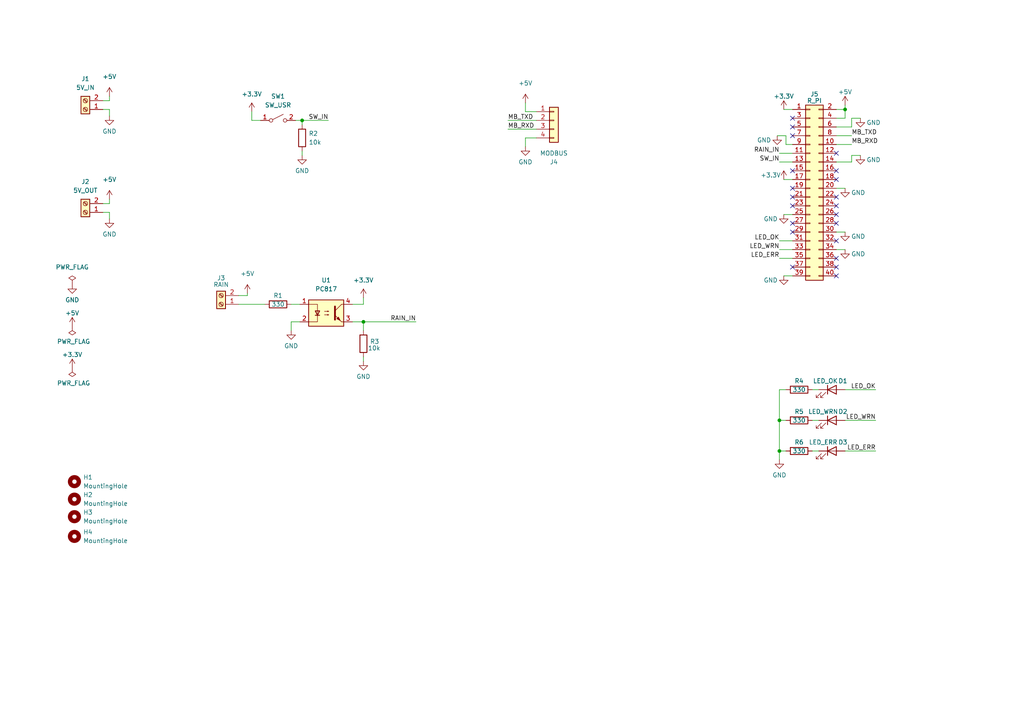
<source format=kicad_sch>
(kicad_sch (version 20211123) (generator eeschema)
  (paper "A4")
  (lib_symbols
    (symbol "Connector:Screw_Terminal_01x02" (pin_names (offset 1.016) hide)
      (property "Reference" "J" (at 0 2.54 0))
      (property "Value" "Screw_Terminal_01x02" (at 0 -5.08 0))
      (symbol "Screw_Terminal_01x02_1_1"
        (rectangle (start -1.27 1.27) (end 1.27 -3.81) (stroke (width 0.254)) (fill (type background)))
        (circle (center 0 -2.54) (radius 0.635) (stroke (width 0.1524)))
        (polyline (pts (xy -0.5334 -2.2098) (xy 0.3302 -3.048)) (stroke (width 0.1524)))
        (polyline (pts (xy -0.5334 0.3302) (xy 0.3302 -0.508)) (stroke (width 0.1524)))
        (polyline (pts (xy -0.3556 -2.032) (xy 0.508 -2.8702)) (stroke (width 0.1524)))
        (polyline (pts (xy -0.3556 0.508) (xy 0.508 -0.3302)) (stroke (width 0.1524)))
        (circle (center 0 0) (radius 0.635) (stroke (width 0.1524)))
        (pin passive line (at -5.08 0 0) (length 3.81) (name "Pin_1") (number "1"))
        (pin passive line (at -5.08 -2.54 0) (length 3.81) (name "Pin_2") (number "2"))
      )
    )
    (symbol "Connector_Generic:Conn_01x04" (pin_names (offset 1.016) hide)
      (property "Reference" "J" (at 0 5.08 0))
      (property "Value" "Conn_01x04" (at 0 -7.62 0))
      (symbol "Conn_01x04_1_1"
        (rectangle (start -1.27 -4.953) (end 0 -5.207) (stroke (width 0.1524)))
        (rectangle (start -1.27 -2.413) (end 0 -2.667) (stroke (width 0.1524)))
        (rectangle (start -1.27 0.127) (end 0 -0.127) (stroke (width 0.1524)))
        (rectangle (start -1.27 2.667) (end 0 2.413) (stroke (width 0.1524)))
        (rectangle (start -1.27 3.81) (end 1.27 -6.35) (stroke (width 0.254)) (fill (type background)))
        (pin passive line (at -5.08 2.54 0) (length 3.81) (name "Pin_1") (number "1"))
        (pin passive line (at -5.08 0 0) (length 3.81) (name "Pin_2") (number "2"))
        (pin passive line (at -5.08 -2.54 0) (length 3.81) (name "Pin_3") (number "3"))
        (pin passive line (at -5.08 -5.08 0) (length 3.81) (name "Pin_4") (number "4"))
      )
    )
    (symbol "Connector_Generic:Conn_02x20_Odd_Even" (pin_names (offset 1.016) hide)
      (property "Reference" "J" (at 1.27 25.4 0))
      (property "Value" "Conn_02x20_Odd_Even" (at 1.27 -27.94 0))
      (symbol "Conn_02x20_Odd_Even_1_1"
        (rectangle (start -1.27 -25.273) (end 0 -25.527) (stroke (width 0.1524)))
        (rectangle (start -1.27 -22.733) (end 0 -22.987) (stroke (width 0.1524)))
        (rectangle (start -1.27 -20.193) (end 0 -20.447) (stroke (width 0.1524)))
        (rectangle (start -1.27 -17.653) (end 0 -17.907) (stroke (width 0.1524)))
        (rectangle (start -1.27 -15.113) (end 0 -15.367) (stroke (width 0.1524)))
        (rectangle (start -1.27 -12.573) (end 0 -12.827) (stroke (width 0.1524)))
        (rectangle (start -1.27 -10.033) (end 0 -10.287) (stroke (width 0.1524)))
        (rectangle (start -1.27 -7.493) (end 0 -7.747) (stroke (width 0.1524)))
        (rectangle (start -1.27 -4.953) (end 0 -5.207) (stroke (width 0.1524)))
        (rectangle (start -1.27 -2.413) (end 0 -2.667) (stroke (width 0.1524)))
        (rectangle (start -1.27 0.127) (end 0 -0.127) (stroke (width 0.1524)))
        (rectangle (start -1.27 2.667) (end 0 2.413) (stroke (width 0.1524)))
        (rectangle (start -1.27 5.207) (end 0 4.953) (stroke (width 0.1524)))
        (rectangle (start -1.27 7.747) (end 0 7.493) (stroke (width 0.1524)))
        (rectangle (start -1.27 10.287) (end 0 10.033) (stroke (width 0.1524)))
        (rectangle (start -1.27 12.827) (end 0 12.573) (stroke (width 0.1524)))
        (rectangle (start -1.27 15.367) (end 0 15.113) (stroke (width 0.1524)))
        (rectangle (start -1.27 17.907) (end 0 17.653) (stroke (width 0.1524)))
        (rectangle (start -1.27 20.447) (end 0 20.193) (stroke (width 0.1524)))
        (rectangle (start -1.27 22.987) (end 0 22.733) (stroke (width 0.1524)))
        (rectangle (start -1.27 24.13) (end 3.81 -26.67) (stroke (width 0.254)) (fill (type background)))
        (rectangle (start 3.81 -25.273) (end 2.54 -25.527) (stroke (width 0.1524)))
        (rectangle (start 3.81 -22.733) (end 2.54 -22.987) (stroke (width 0.1524)))
        (rectangle (start 3.81 -20.193) (end 2.54 -20.447) (stroke (width 0.1524)))
        (rectangle (start 3.81 -17.653) (end 2.54 -17.907) (stroke (width 0.1524)))
        (rectangle (start 3.81 -15.113) (end 2.54 -15.367) (stroke (width 0.1524)))
        (rectangle (start 3.81 -12.573) (end 2.54 -12.827) (stroke (width 0.1524)))
        (rectangle (start 3.81 -10.033) (end 2.54 -10.287) (stroke (width 0.1524)))
        (rectangle (start 3.81 -7.493) (end 2.54 -7.747) (stroke (width 0.1524)))
        (rectangle (start 3.81 -4.953) (end 2.54 -5.207) (stroke (width 0.1524)))
        (rectangle (start 3.81 -2.413) (end 2.54 -2.667) (stroke (width 0.1524)))
        (rectangle (start 3.81 0.127) (end 2.54 -0.127) (stroke (width 0.1524)))
        (rectangle (start 3.81 2.667) (end 2.54 2.413) (stroke (width 0.1524)))
        (rectangle (start 3.81 5.207) (end 2.54 4.953) (stroke (width 0.1524)))
        (rectangle (start 3.81 7.747) (end 2.54 7.493) (stroke (width 0.1524)))
        (rectangle (start 3.81 10.287) (end 2.54 10.033) (stroke (width 0.1524)))
        (rectangle (start 3.81 12.827) (end 2.54 12.573) (stroke (width 0.1524)))
        (rectangle (start 3.81 15.367) (end 2.54 15.113) (stroke (width 0.1524)))
        (rectangle (start 3.81 17.907) (end 2.54 17.653) (stroke (width 0.1524)))
        (rectangle (start 3.81 20.447) (end 2.54 20.193) (stroke (width 0.1524)))
        (rectangle (start 3.81 22.987) (end 2.54 22.733) (stroke (width 0.1524)))
        (pin passive line (at -5.08 22.86 0) (length 3.81) (name "Pin_1") (number "1"))
        (pin passive line (at 7.62 12.7 180) (length 3.81) (name "Pin_10") (number "10"))
        (pin passive line (at -5.08 10.16 0) (length 3.81) (name "Pin_11") (number "11"))
        (pin passive line (at 7.62 10.16 180) (length 3.81) (name "Pin_12") (number "12"))
        (pin passive line (at -5.08 7.62 0) (length 3.81) (name "Pin_13") (number "13"))
        (pin passive line (at 7.62 7.62 180) (length 3.81) (name "Pin_14") (number "14"))
        (pin passive line (at -5.08 5.08 0) (length 3.81) (name "Pin_15") (number "15"))
        (pin passive line (at 7.62 5.08 180) (length 3.81) (name "Pin_16") (number "16"))
        (pin passive line (at -5.08 2.54 0) (length 3.81) (name "Pin_17") (number "17"))
        (pin passive line (at 7.62 2.54 180) (length 3.81) (name "Pin_18") (number "18"))
        (pin passive line (at -5.08 0 0) (length 3.81) (name "Pin_19") (number "19"))
        (pin passive line (at 7.62 22.86 180) (length 3.81) (name "Pin_2") (number "2"))
        (pin passive line (at 7.62 0 180) (length 3.81) (name "Pin_20") (number "20"))
        (pin passive line (at -5.08 -2.54 0) (length 3.81) (name "Pin_21") (number "21"))
        (pin passive line (at 7.62 -2.54 180) (length 3.81) (name "Pin_22") (number "22"))
        (pin passive line (at -5.08 -5.08 0) (length 3.81) (name "Pin_23") (number "23"))
        (pin passive line (at 7.62 -5.08 180) (length 3.81) (name "Pin_24") (number "24"))
        (pin passive line (at -5.08 -7.62 0) (length 3.81) (name "Pin_25") (number "25"))
        (pin passive line (at 7.62 -7.62 180) (length 3.81) (name "Pin_26") (number "26"))
        (pin passive line (at -5.08 -10.16 0) (length 3.81) (name "Pin_27") (number "27"))
        (pin passive line (at 7.62 -10.16 180) (length 3.81) (name "Pin_28") (number "28"))
        (pin passive line (at -5.08 -12.7 0) (length 3.81) (name "Pin_29") (number "29"))
        (pin passive line (at -5.08 20.32 0) (length 3.81) (name "Pin_3") (number "3"))
        (pin passive line (at 7.62 -12.7 180) (length 3.81) (name "Pin_30") (number "30"))
        (pin passive line (at -5.08 -15.24 0) (length 3.81) (name "Pin_31") (number "31"))
        (pin passive line (at 7.62 -15.24 180) (length 3.81) (name "Pin_32") (number "32"))
        (pin passive line (at -5.08 -17.78 0) (length 3.81) (name "Pin_33") (number "33"))
        (pin passive line (at 7.62 -17.78 180) (length 3.81) (name "Pin_34") (number "34"))
        (pin passive line (at -5.08 -20.32 0) (length 3.81) (name "Pin_35") (number "35"))
        (pin passive line (at 7.62 -20.32 180) (length 3.81) (name "Pin_36") (number "36"))
        (pin passive line (at -5.08 -22.86 0) (length 3.81) (name "Pin_37") (number "37"))
        (pin passive line (at 7.62 -22.86 180) (length 3.81) (name "Pin_38") (number "38"))
        (pin passive line (at -5.08 -25.4 0) (length 3.81) (name "Pin_39") (number "39"))
        (pin passive line (at 7.62 20.32 180) (length 3.81) (name "Pin_4") (number "4"))
        (pin passive line (at 7.62 -25.4 180) (length 3.81) (name "Pin_40") (number "40"))
        (pin passive line (at -5.08 17.78 0) (length 3.81) (name "Pin_5") (number "5"))
        (pin passive line (at 7.62 17.78 180) (length 3.81) (name "Pin_6") (number "6"))
        (pin passive line (at -5.08 15.24 0) (length 3.81) (name "Pin_7") (number "7"))
        (pin passive line (at 7.62 15.24 180) (length 3.81) (name "Pin_8") (number "8"))
        (pin passive line (at -5.08 12.7 0) (length 3.81) (name "Pin_9") (number "9"))
      )
    )
    (symbol "Device:LED" (pin_numbers hide) (pin_names (offset 1.016) hide)
      (property "Reference" "D" (at 0 2.54 0))
      (property "Value" "LED" (at 0 -2.54 0))
      (symbol "LED_0_1"
        (polyline (pts (xy -1.27 -1.27) (xy -1.27 1.27)) (stroke (width 0.254)))
        (polyline (pts (xy -1.27 0) (xy 1.27 0)))
        (polyline (pts (xy 1.27 -1.27) (xy 1.27 1.27) (xy -1.27 0) (xy 1.27 -1.27)) (stroke (width 0.254)))
        (polyline (pts (xy -3.048 -0.762) (xy -4.572 -2.286) (xy -3.81 -2.286) (xy -4.572 -2.286) (xy -4.572 -1.524)))
        (polyline (pts (xy -1.778 -0.762) (xy -3.302 -2.286) (xy -2.54 -2.286) (xy -3.302 -2.286) (xy -3.302 -1.524)))
      )
      (symbol "LED_1_1"
        (pin passive line (at -3.81 0 0) (length 2.54) (name "K") (number "1"))
        (pin passive line (at 3.81 0 180) (length 2.54) (name "A") (number "2"))
      )
    )
    (symbol "Device:R" (pin_numbers hide) (pin_names (offset 0))
      (property "Reference" "R" (at 2.032 0 90))
      (property "Value" "R" (at 0 0 90))
      (symbol "R_0_1"
        (rectangle (start -1.016 -2.54) (end 1.016 2.54) (stroke (width 0.254)))
      )
      (symbol "R_1_1"
        (pin passive line (at 0 3.81 270) (length 1.27) (name "~") (number "1"))
        (pin passive line (at 0 -3.81 90) (length 1.27) (name "~") (number "2"))
      )
    )
    (symbol "Isolator:PC817" (pin_names (offset 1.016))
      (property "Reference" "U" (at -5.08 5.08 0))
      (property "Value" "PC817" (at 0 5.08 0))
      (symbol "PC817_0_1"
        (rectangle (start -5.08 3.81) (end 5.08 -3.81) (stroke (width 0.254)) (fill (type background)))
        (polyline (pts (xy -3.175 -0.635) (xy -1.905 -0.635)) (stroke (width 0.254)))
        (polyline (pts (xy 2.54 0.635) (xy 4.445 2.54)))
        (polyline (pts (xy 4.445 -2.54) (xy 2.54 -0.635)) (fill (type outline)))
        (polyline (pts (xy 4.445 -2.54) (xy 5.08 -2.54)))
        (polyline (pts (xy 4.445 2.54) (xy 5.08 2.54)))
        (polyline (pts (xy -5.08 2.54) (xy -2.54 2.54) (xy -2.54 -0.635)))
        (polyline (pts (xy -2.54 -0.635) (xy -2.54 -2.54) (xy -5.08 -2.54)))
        (polyline (pts (xy 2.54 1.905) (xy 2.54 -1.905) (xy 2.54 -1.905)) (stroke (width 0.508)))
        (polyline (pts (xy -2.54 -0.635) (xy -3.175 0.635) (xy -1.905 0.635) (xy -2.54 -0.635)) (stroke (width 0.254)))
        (polyline (pts (xy -0.508 -0.508) (xy 0.762 -0.508) (xy 0.381 -0.635) (xy 0.381 -0.381) (xy 0.762 -0.508)))
        (polyline (pts (xy -0.508 0.508) (xy 0.762 0.508) (xy 0.381 0.381) (xy 0.381 0.635) (xy 0.762 0.508)))
        (polyline (pts (xy 3.048 -1.651) (xy 3.556 -1.143) (xy 4.064 -2.159) (xy 3.048 -1.651) (xy 3.048 -1.651)) (fill (type outline)))
      )
      (symbol "PC817_1_1"
        (pin passive line (at -7.62 2.54 0) (length 2.54) (name "~") (number "1"))
        (pin passive line (at -7.62 -2.54 0) (length 2.54) (name "~") (number "2"))
        (pin passive line (at 7.62 -2.54 180) (length 2.54) (name "~") (number "3"))
        (pin passive line (at 7.62 2.54 180) (length 2.54) (name "~") (number "4"))
      )
    )
    (symbol "Mechanical:MountingHole" (pin_names (offset 1.016))
      (property "Reference" "H" (at 0 5.08 0))
      (property "Value" "MountingHole" (at 0 3.175 0))
      (symbol "MountingHole_0_1"
        (circle (center 0 0) (radius 1.27) (stroke (width 1.27)))
      )
    )
    (symbol "Switch:SW_SPST" (pin_names (offset 0) hide)
      (property "Reference" "SW" (at 0 3.175 0))
      (property "Value" "SW_SPST" (at 0 -2.54 0))
      (symbol "SW_SPST_0_0"
        (circle (center -2.032 0) (radius 0.508))
        (polyline (pts (xy -1.524 0.254) (xy 1.524 1.778)))
        (circle (center 2.032 0) (radius 0.508))
      )
      (symbol "SW_SPST_1_1"
        (pin passive line (at -5.08 0 0) (length 2.54) (name "A") (number "1"))
        (pin passive line (at 5.08 0 180) (length 2.54) (name "B") (number "2"))
      )
    )
    (symbol "power:+3.3V" (power) (pin_names (offset 0))
      (property "Value" "+3.3V" (at 0 3.556 0))
      (symbol "+3.3V_0_1"
        (polyline (pts (xy -0.762 1.27) (xy 0 2.54)))
        (polyline (pts (xy 0 0) (xy 0 2.54)))
        (polyline (pts (xy 0 2.54) (xy 0.762 1.27)))
      )
      (symbol "+3.3V_1_1"
        (pin power_in line (at 0 0 90) (length 0) hide (name "+3.3V") (number "1"))
      )
    )
    (symbol "power:+5V" (power) (pin_names (offset 0))
      (property "Value" "+5V" (at 0 3.556 0))
      (symbol "+5V_0_1"
        (polyline (pts (xy -0.762 1.27) (xy 0 2.54)))
        (polyline (pts (xy 0 0) (xy 0 2.54)))
        (polyline (pts (xy 0 2.54) (xy 0.762 1.27)))
      )
      (symbol "+5V_1_1"
        (pin power_in line (at 0 0 90) (length 0) hide (name "+5V") (number "1"))
      )
    )
    (symbol "power:GND" (power) (pin_names (offset 0))
      (property "Value" "GND" (at 0 -3.81 0))
      (symbol "GND_0_1"
        (polyline (pts (xy 0 0) (xy 0 -1.27) (xy 1.27 -1.27) (xy 0 -2.54) (xy -1.27 -1.27) (xy 0 -1.27)))
      )
      (symbol "GND_1_1"
        (pin power_in line (at 0 0 270) (length 0) hide (name "GND") (number "1"))
      )
    )
    (symbol "power:PWR_FLAG" (power) (pin_numbers hide) (pin_names (offset 0) hide)
      (property "Value" "PWR_FLAG" (at 0 3.81 0))
      (symbol "PWR_FLAG_0_0"
        (pin power_out line (at 0 0 90) (length 0) (name "pwr") (number "1"))
      )
      (symbol "PWR_FLAG_0_1"
        (polyline (pts (xy 0 0) (xy 0 1.27) (xy -1.016 1.905) (xy 0 2.54) (xy 1.016 1.905) (xy 0 1.27)))
      )
    )
  )
  (junction (at 245.11 31.75))
  (junction (at 87.63 34.925))
  (junction (at 226.06 130.81))
  (junction (at 105.41 93.345))
  (junction (at 226.06 121.92))
  (no_connect (at 242.57 52.07))
  (no_connect (at 242.57 49.53))
  (no_connect (at 242.57 44.45))
  (no_connect (at 229.87 49.53))
  (no_connect (at 229.87 39.37))
  (no_connect (at 229.87 36.83))
  (no_connect (at 229.87 34.29))
  (no_connect (at 242.57 62.23))
  (no_connect (at 242.57 59.69))
  (no_connect (at 242.57 57.15))
  (no_connect (at 229.87 77.47))
  (no_connect (at 229.87 59.69))
  (no_connect (at 229.87 57.15))
  (no_connect (at 229.87 54.61))
  (no_connect (at 229.87 64.77))
  (no_connect (at 229.87 67.31))
  (no_connect (at 242.57 69.85))
  (no_connect (at 242.57 64.77))
  (no_connect (at 242.57 80.01))
  (no_connect (at 242.57 77.47))
  (no_connect (at 242.57 74.93))
  (wire (pts (xy 226.06 130.81) (xy 227.965 130.81)))
  (wire (pts (xy 73.025 34.925) (xy 73.025 32.385)))
  (wire (pts (xy 105.41 93.345) (xy 105.41 95.885)))
  (wire (pts (xy 227.33 31.75) (xy 229.87 31.75)))
  (wire (pts (xy 245.11 113.03) (xy 254 113.03)))
  (wire (pts (xy 71.755 85.725) (xy 71.755 85.09)))
  (wire (pts (xy 249.555 34.29) (xy 247.015 34.29)))
  (wire (pts (xy 152.4 40.005) (xy 152.4 42.545)))
  (wire (pts (xy 105.41 88.265) (xy 105.41 86.36)))
  (wire (pts (xy 69.215 85.725) (xy 71.755 85.725)))
  (wire (pts (xy 242.57 36.83) (xy 247.015 36.83)))
  (wire (pts (xy 245.11 121.92) (xy 254 121.92)))
  (wire (pts (xy 226.06 69.85) (xy 229.87 69.85)))
  (wire (pts (xy 87.63 43.815) (xy 87.63 45.085)))
  (wire (pts (xy 84.455 93.345) (xy 84.455 95.885)))
  (wire (pts (xy 242.57 54.61) (xy 245.11 54.61)))
  (wire (pts (xy 87.63 34.925) (xy 95.25 34.925)))
  (wire (pts (xy 102.235 88.265) (xy 105.41 88.265)))
  (wire (pts (xy 31.75 31.75) (xy 31.75 33.655)))
  (wire (pts (xy 75.565 34.925) (xy 73.025 34.925)))
  (wire (pts (xy 242.57 67.31) (xy 245.11 67.31)))
  (wire (pts (xy 229.87 41.91) (xy 227.965 41.91)))
  (wire (pts (xy 227.965 41.91) (xy 227.965 39.37)))
  (wire (pts (xy 29.845 59.055) (xy 31.75 59.055)))
  (wire (pts (xy 29.845 61.595) (xy 31.75 61.595)))
  (wire (pts (xy 247.015 46.99) (xy 247.015 45.085)))
  (wire (pts (xy 245.11 34.29) (xy 245.11 31.75)))
  (wire (pts (xy 155.575 40.005) (xy 152.4 40.005)))
  (wire (pts (xy 102.235 93.345) (xy 105.41 93.345)))
  (wire (pts (xy 235.585 130.81) (xy 237.49 130.81)))
  (wire (pts (xy 84.455 88.265) (xy 86.995 88.265)))
  (wire (pts (xy 155.575 37.465) (xy 147.32 37.465)))
  (wire (pts (xy 105.41 93.345) (xy 120.65 93.345)))
  (wire (pts (xy 242.57 39.37) (xy 247.015 39.37)))
  (wire (pts (xy 152.4 29.845) (xy 152.4 32.385)))
  (wire (pts (xy 242.57 34.29) (xy 245.11 34.29)))
  (wire (pts (xy 226.06 44.45) (xy 229.87 44.45)))
  (wire (pts (xy 29.845 31.75) (xy 31.75 31.75)))
  (wire (pts (xy 226.06 121.92) (xy 226.06 130.81)))
  (wire (pts (xy 235.585 113.03) (xy 237.49 113.03)))
  (wire (pts (xy 155.575 34.925) (xy 147.32 34.925)))
  (wire (pts (xy 247.015 45.085) (xy 249.555 45.085)))
  (wire (pts (xy 226.06 113.03) (xy 226.06 121.92)))
  (wire (pts (xy 227.33 80.01) (xy 229.87 80.01)))
  (wire (pts (xy 31.75 59.055) (xy 31.75 57.785)))
  (wire (pts (xy 227.33 62.23) (xy 229.87 62.23)))
  (wire (pts (xy 85.725 34.925) (xy 87.63 34.925)))
  (wire (pts (xy 242.57 31.75) (xy 245.11 31.75)))
  (wire (pts (xy 105.41 103.505) (xy 105.41 104.775)))
  (wire (pts (xy 29.845 29.21) (xy 31.75 29.21)))
  (wire (pts (xy 31.75 61.595) (xy 31.75 63.5)))
  (wire (pts (xy 87.63 34.925) (xy 87.63 36.195)))
  (wire (pts (xy 245.11 130.81) (xy 254 130.81)))
  (wire (pts (xy 155.575 32.385) (xy 152.4 32.385)))
  (wire (pts (xy 242.57 72.39) (xy 245.11 72.39)))
  (wire (pts (xy 247.015 34.29) (xy 247.015 36.83)))
  (wire (pts (xy 226.06 74.93) (xy 229.87 74.93)))
  (wire (pts (xy 242.57 41.91) (xy 247.015 41.91)))
  (wire (pts (xy 226.06 130.81) (xy 226.06 133.35)))
  (wire (pts (xy 235.585 121.92) (xy 237.49 121.92)))
  (wire (pts (xy 242.57 46.99) (xy 247.015 46.99)))
  (wire (pts (xy 226.06 72.39) (xy 229.87 72.39)))
  (wire (pts (xy 245.11 30.48) (xy 245.11 31.75)))
  (wire (pts (xy 69.215 88.265) (xy 76.835 88.265)))
  (wire (pts (xy 226.06 46.99) (xy 229.87 46.99)))
  (wire (pts (xy 227.965 113.03) (xy 226.06 113.03)))
  (wire (pts (xy 31.75 29.21) (xy 31.75 27.94)))
  (wire (pts (xy 225.425 39.37) (xy 227.965 39.37)))
  (wire (pts (xy 226.06 121.92) (xy 227.965 121.92)))
  (wire (pts (xy 227.33 52.07) (xy 229.87 52.07)))
  (wire (pts (xy 86.995 93.345) (xy 84.455 93.345)))
  (label "LED_OK" (at 226.06 69.85 180))
  (label "LED_WRN" (at 254 121.92 180))
  (label "LED_ERR" (at 254 130.81 180))
  (label "RAIN_IN" (at 120.65 93.345 180))
  (label "MB_RXD" (at 147.32 37.465 0))
  (label "LED_WRN" (at 226.06 72.39 180))
  (label "SW_IN" (at 226.06 46.99 180))
  (label "SW_IN" (at 95.25 34.925 180))
  (label "MB_TXD" (at 247.015 39.37 0))
  (label "MB_TXD" (at 147.32 34.925 0))
  (label "LED_OK" (at 254 113.03 180))
  (label "MB_RXD" (at 247.015 41.91 0))
  (label "RAIN_IN" (at 226.06 44.45 180))
  (label "LED_ERR" (at 226.06 74.93 180))
  (symbol (lib_id "power:GND") (at 227.33 62.23 0) (unit 1)
    (property "Reference" "#PWR017" (effects hide))
    (property "Value" "GND" (at 223.52 63.5 0))
  )
  (symbol (lib_id "power:+5V") (at 31.75 57.785 0) (unit 1)
    (property "Reference" "#PWR03" (effects hide))
    (property "Value" "+5V" (at 31.75 52.07 0))
  )
  (symbol (lib_id "Connector:Screw_Terminal_01x02") (at 24.765 61.595 180) (unit 1)
    (property "Reference" "J2" (at 24.765 52.705 0))
    (property "Value" "5V_OUT" (at 24.765 55.245 0))
    (property "Footprint" "TerminalBlock:TerminalBlock_Altech_AK300-2_P5.00mm" (effects hide))
  )
  (symbol (lib_id "power:GND") (at 31.75 33.655 0) (unit 1)
    (property "Reference" "#PWR02" (effects hide))
    (property "Value" "GND" (at 31.75 38.1 0))
  )
  (symbol (lib_id "Connector_Generic:Conn_02x20_Odd_Even") (at 234.95 54.61 0) (unit 1)
    (property "Reference" "J5" (at 236.22 27.305 0))
    (property "Value" "R_PI" (at 236.22 29.21 0))
    (property "Footprint" "Connector_PinSocket_2.54mm:PinSocket_2x20_P2.54mm_Horizontal" (effects hide))
  )
  (symbol (lib_id "Device:R") (at 87.63 40.005 180) (unit 1)
    (property "Reference" "R2" (at 89.535 38.7349 0) (effects (justify right)))
    (property "Value" "10k" (at 89.535 41.2749 0) (effects (justify right)))
    (property "Footprint" "Resistor_THT:R_Axial_DIN0309_L9.0mm_D3.2mm_P15.24mm_Horizontal" (effects hide))
  )
  (symbol (lib_id "power:PWR_FLAG") (at 20.955 106.68 180) (unit 1)
    (property "Reference" "#FLG0103" (effects hide))
    (property "Value" "PWR_FLAG" (at 16.51 111.125 0) (effects (justify right)))
  )
  (symbol (lib_id "Device:LED") (at 241.3 113.03 0) (unit 1)
    (property "Reference" "D1" (at 244.475 110.49 0))
    (property "Value" "LED_OK" (at 239.395 110.49 0))
    (property "Footprint" "LED_THT:LED_D5.0mm" (effects hide))
  )
  (symbol (lib_id "power:+5V") (at 71.755 85.09 0) (unit 1)
    (property "Reference" "#PWR05" (effects hide))
    (property "Value" "+5V" (at 71.755 79.375 0))
  )
  (symbol (lib_id "Device:LED") (at 241.3 130.81 0) (unit 1)
    (property "Reference" "D3" (at 244.475 128.27 0))
    (property "Value" "LED_ERR" (at 238.76 128.27 0))
    (property "Footprint" "LED_THT:LED_D5.0mm" (effects hide))
  )
  (symbol (lib_id "Mechanical:MountingHole") (at 21.59 149.86 0) (unit 1)
    (property "Reference" "H3" (at 24.13 148.5899 0) (effects (justify left)))
    (property "Value" "MountingHole" (at 24.13 151.1299 0) (effects (justify left)))
    (property "Footprint" "MountingHole:MountingHole_3.2mm_M3" (effects hide))
  )
  (symbol (lib_id "power:GND") (at 105.41 104.775 0) (unit 1)
    (property "Reference" "#PWR010" (effects hide))
    (property "Value" "GND" (at 105.41 109.22 0))
  )
  (symbol (lib_id "power:+5V") (at 245.11 30.48 0) (unit 1)
    (property "Reference" "#PWR019" (effects hide))
    (property "Value" "+5V" (at 245.11 26.67 0))
  )
  (symbol (lib_id "power:+3.3V") (at 227.33 52.07 0) (unit 1)
    (property "Reference" "#PWR016" (effects hide))
    (property "Value" "+3.3V" (at 223.52 50.8 0))
  )
  (symbol (lib_id "Device:R") (at 231.775 130.81 90) (unit 1)
    (property "Reference" "R6" (at 231.775 128.27 90))
    (property "Value" "330" (at 231.775 130.81 90))
    (property "Footprint" "Resistor_THT:R_Axial_DIN0207_L6.3mm_D2.5mm_P10.16mm_Horizontal" (effects hide))
  )
  (symbol (lib_id "power:GND") (at 31.75 63.5 0) (unit 1)
    (property "Reference" "#PWR04" (effects hide))
    (property "Value" "GND" (at 31.75 67.945 0))
  )
  (symbol (lib_id "Connector:Screw_Terminal_01x02") (at 64.135 88.265 180) (unit 1)
    (property "Reference" "J3" (at 64.135 80.645 0))
    (property "Value" "RAIN" (at 64.135 82.55 0))
    (property "Footprint" "TerminalBlock:TerminalBlock_Altech_AK300-2_P5.00mm" (effects hide))
  )
  (symbol (lib_id "Mechanical:MountingHole") (at 21.59 144.78 0) (unit 1)
    (property "Reference" "H2" (at 24.13 143.5099 0) (effects (justify left)))
    (property "Value" "MountingHole" (at 24.13 146.0499 0) (effects (justify left)))
    (property "Footprint" "MountingHole:MountingHole_3.2mm_M3" (effects hide))
  )
  (symbol (lib_id "power:GND") (at 87.63 45.085 0) (unit 1)
    (property "Reference" "#PWR08" (effects hide))
    (property "Value" "GND" (at 87.63 49.53 0))
  )
  (symbol (lib_id "Device:R") (at 231.775 113.03 90) (unit 1)
    (property "Reference" "R4" (at 231.775 110.49 90))
    (property "Value" "330" (at 231.775 113.03 90))
    (property "Footprint" "Resistor_THT:R_Axial_DIN0207_L6.3mm_D2.5mm_P10.16mm_Horizontal" (effects hide))
  )
  (symbol (lib_id "power:+3.3V") (at 105.41 86.36 0) (unit 1)
    (property "Reference" "#PWR09" (effects hide))
    (property "Value" "+3.3V" (at 105.41 81.28 0))
  )
  (symbol (lib_id "power:+5V") (at 152.4 29.845 0) (unit 1)
    (property "Reference" "#PWR011" (effects hide))
    (property "Value" "+5V" (at 152.4 24.13 0))
  )
  (symbol (lib_id "power:GND") (at 226.06 133.35 0) (unit 1)
    (property "Reference" "#PWR014" (effects hide))
    (property "Value" "GND" (at 226.06 137.795 0))
  )
  (symbol (lib_id "power:+3.3V") (at 73.025 32.385 0) (unit 1)
    (property "Reference" "#PWR06" (effects hide))
    (property "Value" "+3.3V" (at 73.025 27.305 0))
  )
  (symbol (lib_id "Device:R") (at 231.775 121.92 90) (unit 1)
    (property "Reference" "R5" (at 231.775 119.38 90))
    (property "Value" "330" (at 231.775 121.92 90))
    (property "Footprint" "Resistor_THT:R_Axial_DIN0207_L6.3mm_D2.5mm_P10.16mm_Horizontal" (effects hide))
  )
  (symbol (lib_id "power:GND") (at 225.425 39.37 0) (unit 1)
    (property "Reference" "#PWR013" (effects hide))
    (property "Value" "GND" (at 221.615 40.64 0))
  )
  (symbol (lib_id "power:PWR_FLAG") (at 20.955 94.615 180) (unit 1)
    (property "Reference" "#FLG0101" (effects hide))
    (property "Value" "PWR_FLAG" (at 16.51 99.06 0) (effects (justify right)))
  )
  (symbol (lib_id "Connector:Screw_Terminal_01x02") (at 24.765 31.75 180) (unit 1)
    (property "Reference" "J1" (at 24.765 22.86 0))
    (property "Value" "5V_IN" (at 24.765 25.4 0))
    (property "Footprint" "TerminalBlock:TerminalBlock_Altech_AK300-2_P5.00mm" (effects hide))
  )
  (symbol (lib_id "power:GND") (at 245.11 72.39 0) (unit 1)
    (property "Reference" "#PWR022" (effects hide))
    (property "Value" "GND" (at 248.92 73.66 0))
  )
  (symbol (lib_id "power:+5V") (at 31.75 27.94 0) (unit 1)
    (property "Reference" "#PWR01" (effects hide))
    (property "Value" "+5V" (at 31.75 22.225 0))
  )
  (symbol (lib_id "power:+5V") (at 20.955 94.615 0) (unit 1)
    (property "Reference" "#PWR0103" (effects hide))
    (property "Value" "+5V" (at 20.955 90.805 0))
  )
  (symbol (lib_id "Mechanical:MountingHole") (at 21.59 155.575 0) (unit 1)
    (property "Reference" "H4" (at 24.13 154.3049 0) (effects (justify left)))
    (property "Value" "MountingHole" (at 24.13 156.8449 0) (effects (justify left)))
    (property "Footprint" "MountingHole:MountingHole_3.2mm_M3" (effects hide))
  )
  (symbol (lib_id "power:GND") (at 245.11 54.61 0) (unit 1)
    (property "Reference" "#PWR020" (effects hide))
    (property "Value" "GND" (at 248.92 55.88 0))
  )
  (symbol (lib_id "Isolator:PC817") (at 94.615 90.805 0) (unit 1)
    (property "Reference" "U1" (at 94.615 81.28 0))
    (property "Value" "PC817" (at 94.615 83.82 0))
    (property "Footprint" "Package_DIP:DIP-4_W7.62mm" (effects hide))
    (property "Datasheet" "http://www.soselectronic.cz/a_info/resource/d/pc817.pdf" (effects hide))
  )
  (symbol (lib_id "power:PWR_FLAG") (at 20.955 82.55 0) (unit 1)
    (property "Reference" "#FLG0102" (effects hide))
    (property "Value" "PWR_FLAG" (at 20.955 77.47 0))
  )
  (symbol (lib_id "power:GND") (at 227.33 80.01 0) (unit 1)
    (property "Reference" "#PWR018" (effects hide))
    (property "Value" "GND" (at 223.52 81.28 0))
  )
  (symbol (lib_id "power:+3.3V") (at 20.955 106.68 0) (unit 1)
    (property "Reference" "#PWR0101" (effects hide))
    (property "Value" "+3.3V" (at 20.955 102.87 0))
  )
  (symbol (lib_id "power:GND") (at 152.4 42.545 0) (unit 1)
    (property "Reference" "#PWR012" (effects hide))
    (property "Value" "GND" (at 152.4 46.99 0))
  )
  (symbol (lib_id "Device:R") (at 80.645 88.265 90) (unit 1)
    (property "Reference" "R1" (at 80.645 85.725 90))
    (property "Value" "330" (at 80.645 88.265 90))
    (property "Footprint" "Resistor_THT:R_Axial_DIN0207_L6.3mm_D2.5mm_P10.16mm_Horizontal" (effects hide))
  )
  (symbol (lib_id "power:GND") (at 245.11 67.31 0) (unit 1)
    (property "Reference" "#PWR021" (effects hide))
    (property "Value" "GND" (at 248.92 68.58 0))
  )
  (symbol (lib_id "power:GND") (at 84.455 95.885 0) (unit 1)
    (property "Reference" "#PWR07" (effects hide))
    (property "Value" "GND" (at 84.455 100.33 0))
  )
  (symbol (lib_id "Connector_Generic:Conn_01x04") (at 160.655 34.925 0) (unit 1)
    (property "Reference" "J4" (at 160.655 46.99 0))
    (property "Value" "MODBUS" (at 160.655 44.45 0))
    (property "Footprint" "Connector_Wire:SolderWire-0.5sqmm_1x04_P4.6mm_D0.9mm_OD2.1mm_Relief" (effects hide))
  )
  (symbol (lib_id "Switch:SW_SPST") (at 80.645 34.925 0) (unit 1)
    (property "Reference" "SW1" (at 80.645 27.94 0))
    (property "Value" "SW_USR" (at 80.645 30.48 0))
    (property "Footprint" "Button_Switch_THT:SW_PUSH_6mm_H5mm" (effects hide))
  )
  (symbol (lib_id "power:GND") (at 20.955 82.55 0) (unit 1)
    (property "Reference" "#PWR0102" (effects hide))
    (property "Value" "GND" (at 20.955 86.995 0))
  )
  (symbol (lib_id "Mechanical:MountingHole") (at 21.59 139.7 0) (unit 1)
    (property "Reference" "H1" (at 24.13 138.4299 0) (effects (justify left)))
    (property "Value" "MountingHole" (at 24.13 140.9699 0) (effects (justify left)))
    (property "Footprint" "MountingHole:MountingHole_3.2mm_M3" (effects hide))
  )
  (symbol (lib_id "power:+3.3V") (at 227.33 31.75 0) (unit 1)
    (property "Reference" "#PWR015" (effects hide))
    (property "Value" "+3.3V" (at 227.33 27.94 0))
  )
  (symbol (lib_id "Device:LED") (at 241.3 121.92 0) (unit 1)
    (property "Reference" "D2" (at 244.475 119.38 0))
    (property "Value" "LED_WRN" (at 238.76 119.38 0))
    (property "Footprint" "LED_THT:LED_D5.0mm" (effects hide))
  )
  (symbol (lib_id "Device:R") (at 105.41 99.695 180) (unit 1)
    (property "Reference" "R3" (at 107.315 99.06 0) (effects (justify right)))
    (property "Value" "10k" (at 106.68 100.965 0) (effects (justify right)))
    (property "Footprint" "Resistor_THT:R_Axial_DIN0309_L9.0mm_D3.2mm_P15.24mm_Horizontal" (effects hide))
  )
  (symbol (lib_id "power:GND") (at 249.555 45.085 0) (unit 1)
    (property "Reference" "#PWR024" (effects hide))
    (property "Value" "GND" (at 253.365 46.355 0))
  )
  (symbol (lib_id "power:GND") (at 249.555 34.29 0) (unit 1)
    (property "Reference" "#PWR023" (effects hide))
    (property "Value" "GND" (at 253.365 35.56 0))
  )
)
</source>
